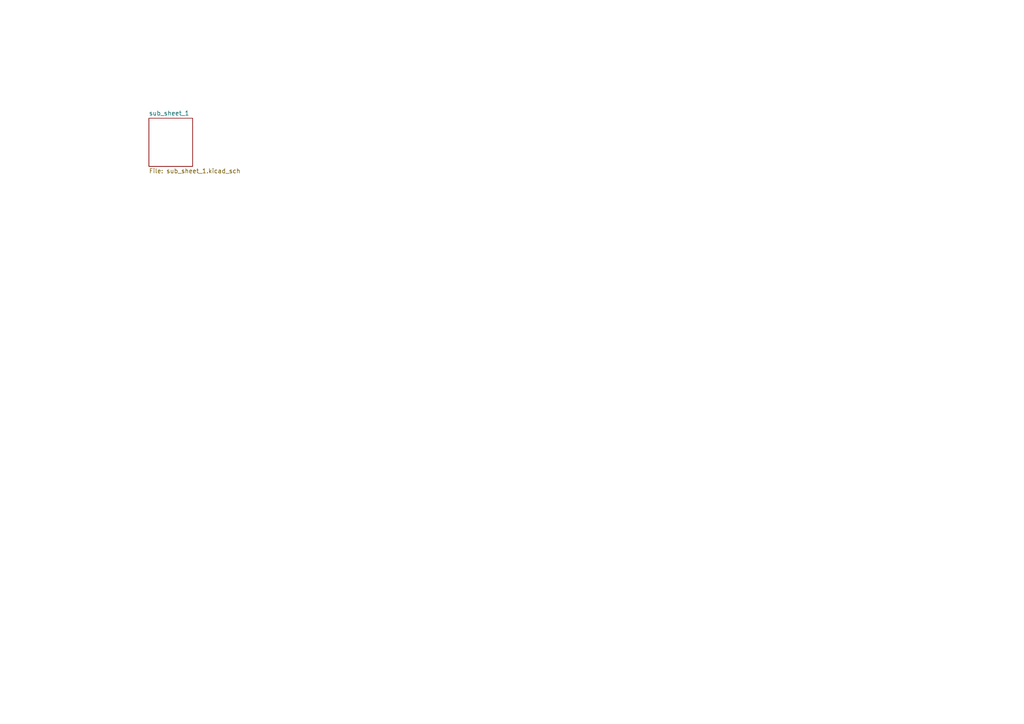
<source format=kicad_sch>
(kicad_sch
	(version 20231120)
	(generator "eeschema")
	(generator_version "8.0")
	(uuid "2ac66c2b-893c-488e-9ff2-a0939bf160de")
	(paper "A4")
	(lib_symbols)
	(sheet
		(at 43.18 34.29)
		(size 12.7 13.97)
		(fields_autoplaced yes)
		(stroke
			(width 0.1524)
			(type solid)
		)
		(fill
			(color 0 0 0 0.0000)
		)
		(uuid "e708b7f5-3c3c-45ae-bb48-29c918e85621")
		(property "Sheetname" "sub_sheet_1"
			(at 43.18 33.5784 0)
			(effects
				(font
					(size 1.27 1.27)
				)
				(justify left bottom)
			)
		)
		(property "Sheetfile" "sub_sheet_1.kicad_sch"
			(at 43.18 48.8446 0)
			(effects
				(font
					(size 1.27 1.27)
				)
				(justify left top)
			)
		)
		(instances
			(project "schematic_group"
				(path "/2ac66c2b-893c-488e-9ff2-a0939bf160de"
					(page "2")
				)
			)
		)
	)
	(sheet_instances
		(path "/"
			(page "1")
		)
	)
)

</source>
